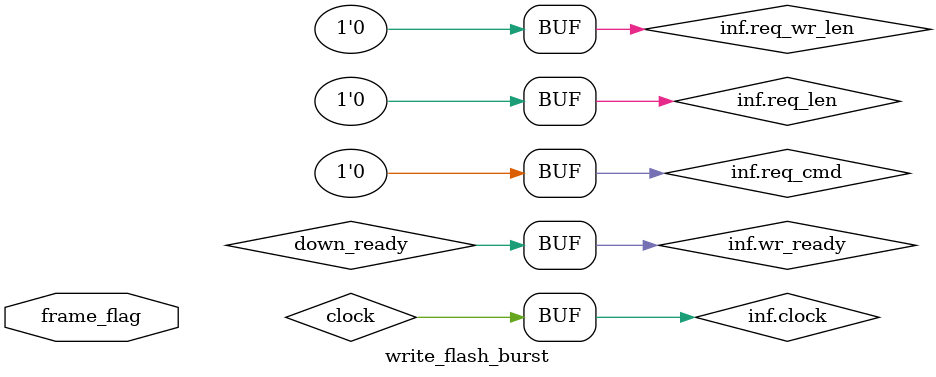
<source format=sv>
/**********************************************
______________                ______________
______________ \  /\  /|\  /| ______________
______________  \/  \/ | \/ | ______________
descript:
author : Young
Version:
creaded: 2016/9/29 上午10:32:55
madified:
***********************************************/
`timescale 1ns/1ps
module write_flash_burst #(
    parameter PAGE_PRG_CMD = 8'h02,
    parameter DSIZE     = 8,
    parameter SSIZE     = 1
)(
    input               frame_flag,
    spi_req_inf.master  inf,
    data_inf.slaver     data_inf
);

localparam BURST_LEN  = 256;

wire    clock;
wire    rst_n;
assign  clock = inf.clock;
assign  rst_n = inf.rst_n;
//--->> STATE CORE <<--------------
typedef enum {IDLE,EX_REQ,REQ_EXEC,REQ_FSH} REQ_STATE;
REQ_STATE nstate,cstate;

always@(posedge clock,negedge rst_n)
    if(~rst_n)  cstate  <= IDLE;
    else        cstate  <= nstate;


always@(*)
    case(cstate)
    IDLE:
        if(frame_flag)
                nstate  = EX_REQ;
        else    nstate  = IDLE;
    EX_REQ:
        if(inf.busy)
                nstate  = REQ_EXEC;
        else    nstate  = EX_REQ;
    REQ_EXEC:
        if(~inf.busy)
                nstate  = REQ_FSH;
        else    nstate  = REQ_EXEC;
    REQ_FSH:    nstate  = IDLE;
    default:    nstate  = IDLE;
    endcase

reg     busy,finish;

always@(posedge clock,negedge rst_n)
    if(~rst_n)  busy    <= 1'b1;
    else
        case(nstate)
        EX_REQ,REQ_EXEC:
                busy    <= 1'b1;
        default:busy    <= 1'b0;
        endcase

always@(posedge clock,negedge rst_n)
    if(~rst_n)  finish    <= 1'b1;
    else
        case(nstate)
        REQ_FSH:
                finish    <= 1'b1;
        default:finish    <= 1'b0;
        endcase

// assign cmd_inf.busy[MODULE_ID]     = busy;
// assign cmd_inf.finish[MODULE_ID]   = finish;
//---<< STATE CORE >>--------------
always@(posedge clock,negedge rst_n)
    if(~rst_n)  inf.request <= 1'b0;
    else
        case(nstate)
        EX_REQ: inf.request <= 1'b1;
        default:inf.request <= 1'b0;
        endcase

// always@(posedge clock,negedge rst_n)
//     if(~rst_n)  inf.req_len <= 24'd0;
//     else
//         case(nstate)
//         EX_REQ: inf.req_len <= (BURST_LEN+1+3)*8;
//         default:inf.req_len <= 24'd0;
//         endcase
assign inf.req_len      = (BURST_LEN+1+3)*8/SSIZE;
assign inf.req_wr_len   = (BURST_LEN+1+3)*8/SSIZE;
reg             wr_data_flag;

always@(posedge clock,negedge rst_n)begin
    if(~rst_n)  wr_data_flag    <= 1'b0;
    else
        case(nstate)
        REQ_EXEC:
                wr_data_flag    <= 1'b1;
        default:wr_data_flag    <= 1'b0;
        endcase
end

typedef enum {DIDLE,SEND_CMD,SEND_ADDR0,SEND_ADDR1,SEND_ADDR2,SEND_DATA,SEND_FSH} DATA_STATE;

DATA_STATE  dcstate,dnstate;

always@(posedge clock,negedge rst_n)
    if(~rst_n)  dcstate <= DIDLE;
    else        dcstate <= dnstate;

always@(*)
    case(dcstate)
    DIDLE:
        if(wr_data_flag)
                dnstate = SEND_CMD;
        else    dnstate = DIDLE;
    SEND_CMD:
        if(inf.wr_ready && inf.clk_en)
                dnstate = SEND_ADDR0;
        else    dnstate = SEND_CMD;
    SEND_ADDR0:
        if(inf.wr_ready && inf.clk_en)
                dnstate = SEND_ADDR1;
        else    dnstate = SEND_ADDR0;
    SEND_ADDR1:
        if(inf.wr_ready && inf.clk_en)
                dnstate = SEND_ADDR2;
        else    dnstate = SEND_ADDR1;
    SEND_ADDR2:
        if(inf.wr_ready && inf.clk_en)
                dnstate = SEND_DATA;
        else    dnstate = SEND_ADDR2;
    SEND_DATA:
        if(~wr_data_flag)
                dnstate = SEND_FSH;
        else    dnstate = SEND_DATA;
    SEND_FSH:   dnstate = DIDLE;
    default:    dnstate = DIDLE;
    endcase

reg                 curr_vld;
reg                 curr_ready;
reg [DSIZE-1:0]     curr_data;
wire        up_wr_en,down_ready;
assign      up_wr_en    = data_inf.valid;
assign      down_ready  = inf.wr_ready;


always@(posedge clock,negedge rst_n)
    if(~rst_n)  curr_vld  <= 1'b0;
    else
        case(dnstate)
        SEND_CMD,SEND_ADDR0,SEND_ADDR1:
            curr_vld    <= 1'b1;
        SEND_ADDR2:
            curr_vld    <= 1'b1;
        SEND_DATA:begin
            if(inf.clk_en)begin
                case({up_wr_en,curr_vld,down_ready})
                3'b000: curr_vld    <= 1'b0;
                3'b001: curr_vld    <= 1'b0;
                3'b010: curr_vld    <= 1'b1;
                3'b011: curr_vld    <= 1'b0;
                3'b100: curr_vld    <= 1'b1;
                3'b101: curr_vld    <= 1'b1;
                3'b110: curr_vld    <= 1'b1;
                3'b111: curr_vld    <= 1'b1;
                default:curr_vld    <= 1'b0;
                endcase
            end else    curr_vld    <= curr_vld;
        end
        default: curr_vld   <= 1'b0;
        endcase

always@(posedge clock,negedge rst_n)
    if(~rst_n)  curr_ready  <= 1'b0;
    else
        case(dnstate)
        SEND_CMD,SEND_ADDR0,SEND_ADDR1:
            curr_ready    <= 1'b0;
        SEND_ADDR2:
            curr_ready    <= 1'b0;
        SEND_DATA:begin
            if(inf.clk_en)begin
                case({up_wr_en,curr_vld,down_ready})
                3'b000: curr_ready    <= 1'b1;
                3'b001: curr_ready    <= 1'b1;
                3'b010: curr_ready    <= 1'b0;
                3'b011: curr_ready    <= 1'b1;
                3'b100: curr_ready    <= 1'b0;
                3'b101: curr_ready    <= 1'b0;
                3'b110: curr_ready    <= 1'b0;
                3'b111: curr_ready    <= 1'b1;
                default:curr_ready    <= 1'b0;
                endcase
            end else    curr_ready    <= curr_ready;
        end
        default: curr_ready   <= 1'b0;
        endcase

logic   enable_data_ready;

always@(posedge clock,negedge rst_n)
    if(~rst_n)  enable_data_ready  <= 1'b0;
    else
        case(dnstate)
        SEND_DATA:begin
            if(inf.clk_en)
                    enable_data_ready   <= 1'b1;
            else    enable_data_ready   <= enable_data_ready;
        end
        default: enable_data_ready   <= 1'b0;
        endcase

assign data_inf.ready  = inf.wr_ready && enable_data_ready;
assign inf.wr_vld      = curr_vld;

always@(posedge clock,negedge rst_n)
    if(~rst_n)  curr_data  <= {DSIZE{1'b0}};
    else
        case(dnstate)
        SEND_CMD:   curr_data   <= PAGE_PRG_CMD;
        SEND_ADDR0: curr_data   <= 8'd0;
        SEND_ADDR1: curr_data   <= 8'd0;
        SEND_ADDR2: curr_data   <= 8'd0;
        SEND_DATA:begin
            if(inf.clk_en)begin
                case({up_wr_en,curr_vld,down_ready})
                3'b000: curr_data    <= curr_data;
                3'b001: curr_data    <= curr_data;
                3'b010: curr_data    <= curr_data;
                3'b011: curr_data    <= curr_data;
                3'b100: curr_data    <= data_inf.data;
                3'b101: curr_data    <= data_inf.data;
                3'b110: curr_data    <= curr_data;
                3'b111: curr_data    <= data_inf.data;
                default:curr_data    <= curr_data;
                endcase
            end else    curr_data    <= curr_data;
        end
        default: curr_data   <= {DSIZE{1'b0}};
        endcase

assign inf.wr_data = curr_data;

assign inf.req_cmd = 0;

endmodule

</source>
